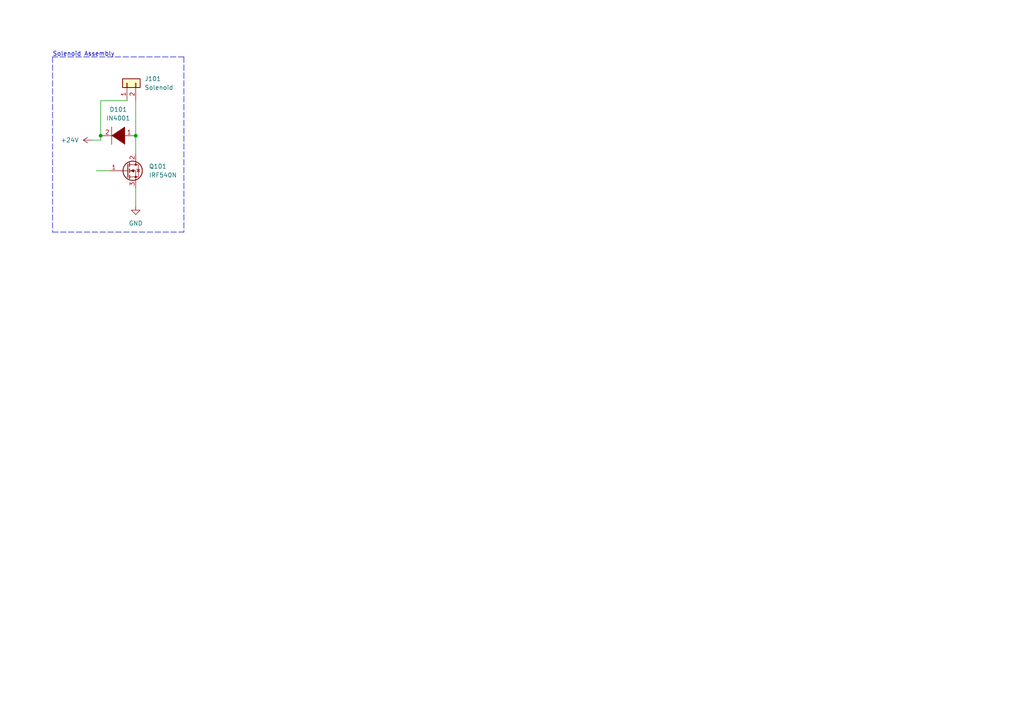
<source format=kicad_sch>
(kicad_sch (version 20211123) (generator eeschema)
  (paper "A4")
  (lib_symbols
    (symbol "Connector_Generic:Conn_01x02" (pin_names (offset 1.016) hide)
      (property "Reference" "J" (at 0 2.54 0))
      (property "Value" "Conn_01x02" (at 0 -5.08 0))
      (symbol "Conn_01x02_1_1"
        (rectangle (start -1.27 -2.413) (end 0 -2.667) (stroke (width 0.1524)))
        (rectangle (start -1.27 0.127) (end 0 -0.127) (stroke (width 0.1524)))
        (rectangle (start -1.27 1.27) (end 1.27 -3.81) (stroke (width 0.254)) (fill (type background)))
        (pin passive line (at -5.08 0 0) (length 3.81) (name "Pin_1") (number "1"))
        (pin passive line (at -5.08 -2.54 0) (length 3.81) (name "Pin_2") (number "2"))
      )
    )
    (symbol "Transistor_FET:IRF540N" (pin_names hide)
      (property "Reference" "Q" (at 6.35 1.905 0))
      (property "Value" "IRF540N" (at 6.35 0 0))
      (symbol "IRF540N_0_1"
        (polyline (pts (xy 0.254 0) (xy -2.54 0)))
        (polyline (pts (xy 0.254 1.905) (xy 0.254 -1.905)) (stroke (width 0.254)))
        (polyline (pts (xy 0.762 -1.27) (xy 0.762 -2.286)) (stroke (width 0.254)))
        (polyline (pts (xy 0.762 0.508) (xy 0.762 -0.508)) (stroke (width 0.254)))
        (polyline (pts (xy 0.762 2.286) (xy 0.762 1.27)) (stroke (width 0.254)))
        (polyline (pts (xy 2.54 2.54) (xy 2.54 1.778)))
        (polyline (pts (xy 2.54 -2.54) (xy 2.54 0) (xy 0.762 0)))
        (polyline (pts (xy 0.762 -1.778) (xy 3.302 -1.778) (xy 3.302 1.778) (xy 0.762 1.778)))
        (polyline (pts (xy 1.016 0) (xy 2.032 0.381) (xy 2.032 -0.381) (xy 1.016 0)) (fill (type outline)))
        (polyline (pts (xy 2.794 0.508) (xy 2.921 0.381) (xy 3.683 0.381) (xy 3.81 0.254)))
        (polyline (pts (xy 3.302 0.381) (xy 2.921 -0.254) (xy 3.683 -0.254) (xy 3.302 0.381)))
        (circle (center 1.651 0) (radius 2.794) (stroke (width 0.254)))
        (circle (center 2.54 -1.778) (radius 0.254) (fill (type outline)))
        (circle (center 2.54 1.778) (radius 0.254) (fill (type outline)))
      )
      (symbol "IRF540N_1_1"
        (pin input line (at -5.08 0 0) (length 2.54) (name "G") (number "1"))
        (pin passive line (at 2.54 5.08 270) (length 2.54) (name "D") (number "2"))
        (pin passive line (at 2.54 -5.08 90) (length 2.54) (name "S") (number "3"))
      )
    )
    (symbol "power:+24V" (power) (pin_names (offset 0))
      (property "Value" "+24V" (at 0 3.556 0))
      (symbol "+24V_0_1"
        (polyline (pts (xy -0.762 1.27) (xy 0 2.54)))
        (polyline (pts (xy 0 0) (xy 0 2.54)))
        (polyline (pts (xy 0 2.54) (xy 0.762 1.27)))
      )
      (symbol "+24V_1_1"
        (pin power_in line (at 0 0 90) (length 0) hide (name "+24V") (number "1"))
      )
    )
    (symbol "power:GND" (power) (pin_names (offset 0))
      (property "Value" "GND" (at 0 -3.81 0))
      (symbol "GND_0_1"
        (polyline (pts (xy 0 0) (xy 0 -1.27) (xy 1.27 -1.27) (xy 0 -2.54) (xy -1.27 -1.27) (xy 0 -1.27)))
      )
      (symbol "GND_1_1"
        (pin power_in line (at 0 0 270) (length 0) hide (name "GND") (number "1"))
      )
    )
    (symbol "pspice:DIODE" (pin_names (offset 1.016) hide)
      (property "Reference" "D" (at 0 3.81 0))
      (property "Value" "DIODE" (at 0 -4.445 0))
      (symbol "DIODE_0_1"
        (polyline (pts (xy 1.905 2.54) (xy 1.905 -2.54)))
        (polyline (pts (xy -1.905 2.54) (xy -1.905 -2.54) (xy 1.905 0)) (fill (type outline)))
      )
      (symbol "DIODE_1_1"
        (pin input line (at -5.08 0 0) (length 3.81) (name "K") (number "1"))
        (pin input line (at 5.08 0 180) (length 3.81) (name "A") (number "2"))
      )
    )
  )
  (junction (at 39.37 39.37))
  (junction (at 29.21 39.37))
  (wire (pts (xy 39.37 29.21) (xy 39.37 39.37)))
  (wire (pts (xy 27.94 49.53) (xy 31.75 49.53)))
  (polyline (pts (xy 53.34 16.51) (xy 53.34 67.31)))
  (wire (pts (xy 39.37 54.61) (xy 39.37 59.69)))
  (polyline (pts (xy 15.24 67.31) (xy 53.34 67.31)))
  (wire (pts (xy 26.67 40.64) (xy 29.21 40.64)))
  (polyline (pts (xy 15.24 16.51) (xy 15.24 67.31)))
  (wire (pts (xy 29.21 39.37) (xy 29.21 40.64)))
  (wire (pts (xy 39.37 39.37) (xy 39.37 44.45)))
  (polyline (pts (xy 53.34 16.51) (xy 15.24 16.51)))
  (wire (pts (xy 29.21 29.21) (xy 29.21 39.37)))
  (wire (pts (xy 29.21 29.21) (xy 36.83 29.21)))
  (text "Solenoid Assembly" (at 15.24 16.51 0) (effects (font (size 1.27 1.27)) (justify left bottom)))
  (symbol (lib_id "Transistor_FET:IRF540N") (at 36.83 49.53 0) (unit 1)
    (property "Reference" "Q101" (at 43.18 48.2599 0) (effects (justify left)))
    (property "Value" "IRF540N" (at 43.18 50.7999 0) (effects (justify left)))
    (property "Footprint" "Package_TO_SOT_THT:TO-220-3_Vertical" (effects hide))
    (property "Datasheet" "http://www.irf.com/product-info/datasheets/data/irf540n.pdf" (effects hide))
  )
  (symbol (lib_id "power:+24V") (at 26.67 40.64 90) (unit 1)
    (property "Reference" "#PWR0101" (effects hide))
    (property "Value" "+24V" (at 22.86 40.6399 90) (effects (justify left)))
  )
  (symbol (lib_id "pspice:DIODE") (at 34.29 39.37 180) (unit 1)
    (property "Reference" "D101" (at 34.29 31.75 0))
    (property "Value" "IN4001" (at 34.29 34.29 0))
    (property "Footprint" "Diode_THT:D_A-405_P12.70mm_Horizontal" (effects hide))
  )
  (symbol (lib_id "Connector_Generic:Conn_01x02") (at 36.83 24.13 90) (unit 1)
    (property "Reference" "J101" (at 41.91 22.8599 90) (effects (justify right)))
    (property "Value" "Solenoid" (at 41.91 25.3999 90) (effects (justify right)))
    (property "Footprint" "Connector_PinHeader_2.54mm:PinHeader_1x02_P2.54mm_Vertical" (effects hide))
  )
  (symbol (lib_id "power:GND") (at 39.37 59.69 0) (unit 1)
    (property "Reference" "#PWR0102" (effects hide))
    (property "Value" "GND" (at 39.37 64.77 0))
  )
)
</source>
